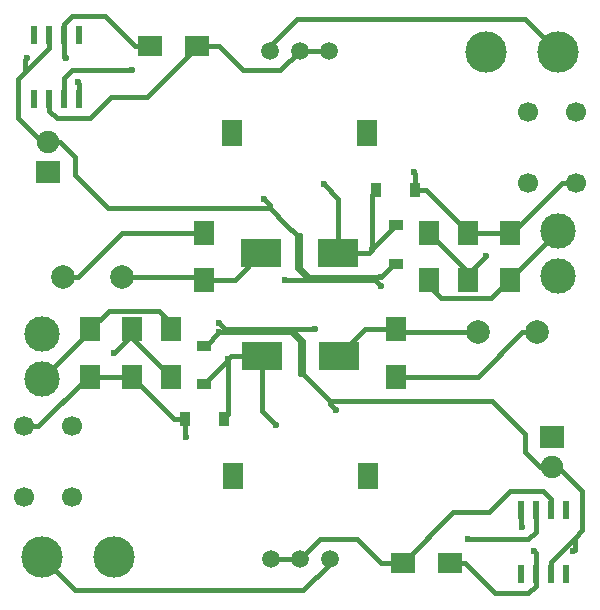
<source format=gtl>
G04 #@! TF.FileFunction,Copper,L1,Top,Signal*
%FSLAX46Y46*%
G04 Gerber Fmt 4.6, Leading zero omitted, Abs format (unit mm)*
G04 Created by KiCad (PCBNEW 0.201603210401+6634~43~ubuntu14.04.1-product) date mån 28 mar 2016 17:16:37*
%MOMM*%
G01*
G04 APERTURE LIST*
%ADD10C,0.050000*%
%ADD11R,0.910000X1.220000*%
%ADD12C,3.500120*%
%ADD13C,1.700000*%
%ADD14C,1.998980*%
%ADD15R,2.000000X1.900000*%
%ADD16C,1.900000*%
%ADD17R,0.600000X1.550000*%
%ADD18R,2.000000X1.700000*%
%ADD19C,1.500000*%
%ADD20R,1.800000X2.200000*%
%ADD21R,3.500120X2.400300*%
%ADD22R,1.700000X2.000000*%
%ADD23R,1.220000X0.910000*%
%ADD24C,2.999740*%
%ADD25C,0.600000*%
%ADD26C,0.400000*%
G04 APERTURE END LIST*
D10*
D11*
X115268500Y-134683500D03*
X118538500Y-134683500D03*
D12*
X103187500Y-146367500D03*
D13*
X105663500Y-135287500D03*
X105663500Y-141287500D03*
X101663500Y-135287500D03*
X101663500Y-141287500D03*
D12*
X109283500Y-146367500D03*
D14*
X145056860Y-127317500D03*
X140058140Y-127317500D03*
D15*
X146367500Y-136207500D03*
D16*
X146367500Y-138747500D03*
D17*
X147510500Y-142397500D03*
X146240500Y-142397500D03*
X144970500Y-142397500D03*
X143700500Y-142397500D03*
X143700500Y-147797500D03*
X144970500Y-147797500D03*
X146240500Y-147797500D03*
X147510500Y-147797500D03*
D18*
X137699500Y-146875500D03*
X133699500Y-146875500D03*
D19*
X122531500Y-146509500D03*
X125031500Y-146509500D03*
X127531500Y-146509500D03*
D20*
X130731500Y-139509500D03*
X119331500Y-139509500D03*
D21*
X121780300Y-129349500D03*
X128282700Y-129349500D03*
D22*
X133159500Y-127095500D03*
X133159500Y-131095500D03*
X107251500Y-127095500D03*
X107251500Y-131095500D03*
X114109500Y-127095500D03*
X114109500Y-131095500D03*
X110807500Y-127095500D03*
X110807500Y-131095500D03*
D23*
X116903500Y-128476500D03*
X116903500Y-131746500D03*
D24*
X103187500Y-131254500D03*
X103187500Y-127444500D03*
X146812000Y-118745000D03*
X146812000Y-122555000D03*
D22*
X139192000Y-122904000D03*
X139192000Y-118904000D03*
D21*
X128219200Y-120650000D03*
X121716800Y-120650000D03*
D11*
X134731000Y-115316000D03*
X131461000Y-115316000D03*
D15*
X103632000Y-113792000D03*
D16*
X103632000Y-111252000D03*
D23*
X133096000Y-121523000D03*
X133096000Y-118253000D03*
D22*
X142748000Y-122904000D03*
X142748000Y-118904000D03*
X135890000Y-122904000D03*
X135890000Y-118904000D03*
D18*
X112300000Y-103124000D03*
X116300000Y-103124000D03*
D22*
X116840000Y-122904000D03*
X116840000Y-118904000D03*
D13*
X144336000Y-114712000D03*
X144336000Y-108712000D03*
X148336000Y-114712000D03*
X148336000Y-108712000D03*
D17*
X102489000Y-107602000D03*
X103759000Y-107602000D03*
X105029000Y-107602000D03*
X106299000Y-107602000D03*
X106299000Y-102202000D03*
X105029000Y-102202000D03*
X103759000Y-102202000D03*
X102489000Y-102202000D03*
D12*
X140716000Y-103632000D03*
X146812000Y-103632000D03*
D19*
X127468000Y-103490000D03*
X124968000Y-103490000D03*
X122468000Y-103490000D03*
D20*
X119268000Y-110490000D03*
X130668000Y-110490000D03*
D14*
X104942640Y-122682000D03*
X109941360Y-122682000D03*
D25*
X143827500Y-143827500D03*
X106172000Y-106172000D03*
X144843500Y-145859500D03*
X105156000Y-104140000D03*
X109283500Y-129095500D03*
X140716000Y-120904000D03*
X115379500Y-136207500D03*
X134620000Y-113792000D03*
X118173500Y-126555500D03*
X118173500Y-127317500D03*
X148145500Y-145859500D03*
X126301500Y-127063500D03*
X128079500Y-133921500D03*
X121920000Y-116078000D03*
X101854000Y-104140000D03*
X123698000Y-122936000D03*
X131826000Y-123444000D03*
X131826000Y-122682000D03*
X122999500Y-135191500D03*
X118935500Y-129603500D03*
X127000000Y-114808000D03*
X131064000Y-120396000D03*
X139255500Y-144843500D03*
X110744000Y-105156000D03*
D26*
X143827500Y-143827500D02*
X143700500Y-143700500D01*
X143700500Y-143700500D02*
X143700500Y-142397500D01*
X105981500Y-149161500D02*
X103187500Y-146367500D01*
X125285500Y-149161500D02*
X105981500Y-149161500D01*
X140058140Y-127317500D02*
X133381500Y-127317500D01*
X130536700Y-127095500D02*
X128282700Y-129349500D01*
X133159500Y-127095500D02*
X130536700Y-127095500D01*
X128536700Y-129095500D02*
X128282700Y-129349500D01*
X133381500Y-127317500D02*
X133159500Y-127095500D01*
X127531500Y-146509500D02*
X127531500Y-146915500D01*
X127531500Y-146915500D02*
X125285500Y-149161500D01*
X122468000Y-103084000D02*
X124714000Y-100838000D01*
X124714000Y-100838000D02*
X144018000Y-100838000D01*
X144018000Y-100838000D02*
X146812000Y-103632000D01*
X122468000Y-103490000D02*
X122468000Y-103084000D01*
X116840000Y-122904000D02*
X119462800Y-122904000D01*
X119462800Y-122904000D02*
X121716800Y-120650000D01*
X109941360Y-122682000D02*
X116618000Y-122682000D01*
X116618000Y-122682000D02*
X116840000Y-122904000D01*
X106299000Y-106299000D02*
X106299000Y-107602000D01*
X106172000Y-106172000D02*
X106299000Y-106299000D01*
X121462800Y-120904000D02*
X121716800Y-120650000D01*
X144335500Y-149415500D02*
X144970500Y-148780500D01*
X141541500Y-149415500D02*
X139001500Y-146875500D01*
X144335500Y-149415500D02*
X141541500Y-149415500D01*
X144970500Y-148780500D02*
X144970500Y-147797500D01*
X144970500Y-148780500D02*
X144970500Y-147797500D01*
X144970500Y-147797500D02*
X144970500Y-145986500D01*
X144970500Y-145986500D02*
X144843500Y-145859500D01*
X144335500Y-149415500D02*
X144970500Y-148780500D01*
X140049500Y-131095500D02*
X133159500Y-131095500D01*
X145056860Y-127317500D02*
X143827500Y-127317500D01*
X143827500Y-127317500D02*
X140049500Y-131095500D01*
X139001500Y-146875500D02*
X137699500Y-146875500D01*
X105664000Y-100584000D02*
X108458000Y-100584000D01*
X110998000Y-103124000D02*
X112300000Y-103124000D01*
X108458000Y-100584000D02*
X110998000Y-103124000D01*
X104942640Y-122682000D02*
X106172000Y-122682000D01*
X109950000Y-118904000D02*
X116840000Y-118904000D01*
X106172000Y-122682000D02*
X109950000Y-118904000D01*
X105664000Y-100584000D02*
X105029000Y-101219000D01*
X105029000Y-101219000D02*
X105029000Y-102202000D01*
X105029000Y-101219000D02*
X105029000Y-102202000D01*
X105664000Y-100584000D02*
X105029000Y-101219000D01*
X105029000Y-102202000D02*
X105029000Y-104013000D01*
X105029000Y-104013000D02*
X105156000Y-104140000D01*
X114109500Y-127095500D02*
X114109500Y-126555500D01*
X113093500Y-125539500D02*
X108807500Y-125539500D01*
X108807500Y-125539500D02*
X107251500Y-127095500D01*
X107251500Y-127095500D02*
X107251500Y-127190500D01*
X114109500Y-126555500D02*
X113093500Y-125539500D01*
X107251500Y-127571500D02*
X107251500Y-127095500D01*
X107251500Y-127190500D02*
X103187500Y-131254500D01*
X142748000Y-122904000D02*
X142748000Y-122809000D01*
X142748000Y-122809000D02*
X146812000Y-118745000D01*
X135890000Y-122904000D02*
X135890000Y-123444000D01*
X135890000Y-123444000D02*
X136906000Y-124460000D01*
X136906000Y-124460000D02*
X141192000Y-124460000D01*
X141192000Y-124460000D02*
X142748000Y-122904000D01*
X142748000Y-122428000D02*
X142748000Y-122904000D01*
X110807500Y-127793500D02*
X114109500Y-131095500D01*
X110807500Y-127095500D02*
X110807500Y-127571500D01*
X110807500Y-127095500D02*
X110807500Y-127793500D01*
X110807500Y-127571500D02*
X109283500Y-129095500D01*
X139192000Y-122904000D02*
X139192000Y-122206000D01*
X139192000Y-122206000D02*
X135890000Y-118904000D01*
X139192000Y-122904000D02*
X139192000Y-122428000D01*
X139192000Y-122428000D02*
X140716000Y-120904000D01*
X114363500Y-134683500D02*
X115268500Y-134683500D01*
X110807500Y-131095500D02*
X110807500Y-131127500D01*
X107251500Y-131095500D02*
X110807500Y-131095500D01*
X107029500Y-131095500D02*
X107251500Y-131095500D01*
X102837500Y-135287500D02*
X107029500Y-131095500D01*
X101663500Y-135287500D02*
X102837500Y-135287500D01*
X106775500Y-131095500D02*
X107251500Y-131095500D01*
X115379500Y-136207500D02*
X115268500Y-136096500D01*
X115268500Y-136096500D02*
X115268500Y-134683500D01*
X110807500Y-131127500D02*
X114363500Y-134683500D01*
X134620000Y-113792000D02*
X134731000Y-113903000D01*
X134731000Y-113903000D02*
X134731000Y-115316000D01*
X148336000Y-114712000D02*
X147162000Y-114712000D01*
X147162000Y-114712000D02*
X142970000Y-118904000D01*
X142970000Y-118904000D02*
X142748000Y-118904000D01*
X139192000Y-118904000D02*
X139192000Y-118872000D01*
X139192000Y-118872000D02*
X135636000Y-115316000D01*
X135636000Y-115316000D02*
X134731000Y-115316000D01*
X142748000Y-118904000D02*
X139192000Y-118904000D01*
X143224000Y-118904000D02*
X142748000Y-118904000D01*
X145351500Y-138747500D02*
X146367500Y-138747500D01*
X146367500Y-138747500D02*
X146875500Y-138747500D01*
X146875500Y-138747500D02*
X148907500Y-140779500D01*
X148907500Y-140779500D02*
X148907500Y-144081500D01*
X146240500Y-146748500D02*
X146240500Y-147797500D01*
X148145500Y-145859500D02*
X148272500Y-145732500D01*
X148272500Y-145732500D02*
X148272500Y-144716500D01*
X148272500Y-144716500D02*
X146240500Y-146748500D01*
X148907500Y-144081500D02*
X148272500Y-144716500D01*
X118173500Y-126555500D02*
X118681500Y-127063500D01*
X118173500Y-127317500D02*
X117014500Y-128476500D01*
X117014500Y-128476500D02*
X116903500Y-128476500D01*
X118173500Y-127317500D02*
X118935500Y-127317500D01*
X118935500Y-127317500D02*
X124269500Y-127317500D01*
X118681500Y-127063500D02*
X124269500Y-127063500D01*
X125285500Y-128079500D02*
X125285500Y-130873500D01*
X125031500Y-128079500D02*
X125031500Y-130873500D01*
X144081500Y-135953500D02*
X144081500Y-137477500D01*
X141287500Y-133159500D02*
X144081500Y-135953500D01*
X144081500Y-137477500D02*
X145351500Y-138747500D01*
X133159500Y-133159500D02*
X141287500Y-133159500D01*
X127571500Y-133413500D02*
X127571500Y-133159500D01*
X128079500Y-133921500D02*
X127571500Y-133413500D01*
X124269500Y-127063500D02*
X125285500Y-128079500D01*
X124269500Y-127317500D02*
X125031500Y-128079500D01*
X126174500Y-131762500D02*
X127571500Y-133159500D01*
X125285500Y-130873500D02*
X126174500Y-131762500D01*
X126301500Y-127063500D02*
X124269500Y-127063500D01*
X133159500Y-133159500D02*
X127571500Y-133159500D01*
X122428000Y-116586000D02*
X122428000Y-116840000D01*
X121920000Y-116078000D02*
X122428000Y-116586000D01*
X116840000Y-116840000D02*
X122428000Y-116840000D01*
X101727000Y-104267000D02*
X101727000Y-105283000D01*
X101854000Y-104140000D02*
X101727000Y-104267000D01*
X103632000Y-111252000D02*
X103124000Y-111252000D01*
X103124000Y-111252000D02*
X101092000Y-109220000D01*
X103759000Y-103251000D02*
X103759000Y-102202000D01*
X101092000Y-105918000D02*
X101727000Y-105283000D01*
X101727000Y-105283000D02*
X103759000Y-103251000D01*
X101092000Y-109220000D02*
X101092000Y-105918000D01*
X104648000Y-111252000D02*
X103632000Y-111252000D01*
X105918000Y-112522000D02*
X104648000Y-111252000D01*
X105918000Y-114046000D02*
X105918000Y-112522000D01*
X108712000Y-116840000D02*
X105918000Y-114046000D01*
X116840000Y-116840000D02*
X108712000Y-116840000D01*
X123698000Y-122936000D02*
X125730000Y-122936000D01*
X124714000Y-119126000D02*
X123825000Y-118237000D01*
X125730000Y-122936000D02*
X124714000Y-121920000D01*
X124714000Y-121920000D02*
X124714000Y-119126000D01*
X123825000Y-118237000D02*
X122428000Y-116840000D01*
X131318000Y-122936000D02*
X125730000Y-122936000D01*
X131826000Y-123444000D02*
X131318000Y-122936000D01*
X131826000Y-122682000D02*
X131064000Y-122682000D01*
X131064000Y-122682000D02*
X125730000Y-122682000D01*
X124968000Y-121920000D02*
X124968000Y-119126000D01*
X125730000Y-122682000D02*
X124968000Y-121920000D01*
X131826000Y-122682000D02*
X132985000Y-121523000D01*
X132985000Y-121523000D02*
X133096000Y-121523000D01*
X118935500Y-129603500D02*
X118935500Y-134286500D01*
X118935500Y-129603500D02*
X119189500Y-129349500D01*
X121780300Y-133972300D02*
X122999500Y-135191500D01*
X121780300Y-129349500D02*
X121780300Y-133972300D01*
X119189500Y-129349500D02*
X121780300Y-129349500D01*
X118935500Y-129714500D02*
X116903500Y-131746500D01*
X118935500Y-134286500D02*
X118538500Y-134683500D01*
X118935500Y-129603500D02*
X118935500Y-129714500D01*
X128219200Y-120650000D02*
X128219200Y-116027200D01*
X128219200Y-116027200D02*
X127000000Y-114808000D01*
X131064000Y-120396000D02*
X131064000Y-120285000D01*
X131064000Y-120285000D02*
X133096000Y-118253000D01*
X131064000Y-120396000D02*
X131064000Y-115713000D01*
X131064000Y-115713000D02*
X131461000Y-115316000D01*
X130810000Y-120650000D02*
X128219200Y-120650000D01*
X131064000Y-120396000D02*
X130810000Y-120650000D01*
X139255500Y-144843500D02*
X144335500Y-144843500D01*
X144335500Y-144843500D02*
X144970500Y-144208500D01*
X144970500Y-144208500D02*
X144970500Y-142397500D01*
X105029000Y-105791000D02*
X105029000Y-107602000D01*
X105664000Y-105156000D02*
X105029000Y-105791000D01*
X110744000Y-105156000D02*
X105664000Y-105156000D01*
X141033500Y-142557500D02*
X142811500Y-140779500D01*
X142811500Y-140779500D02*
X145605500Y-140779500D01*
X145605500Y-140779500D02*
X146240500Y-141414500D01*
X146240500Y-141414500D02*
X146240500Y-142397500D01*
X125031500Y-146509500D02*
X122531500Y-146509500D01*
X126697500Y-144843500D02*
X125031500Y-146509500D01*
X131889500Y-146875500D02*
X129857500Y-144843500D01*
X129857500Y-144843500D02*
X126697500Y-144843500D01*
X137985500Y-142557500D02*
X141033500Y-142557500D01*
X133699500Y-146843500D02*
X137985500Y-142557500D01*
X133699500Y-146875500D02*
X133699500Y-146843500D01*
X133699500Y-146875500D02*
X131889500Y-146875500D01*
X116300000Y-103124000D02*
X116300000Y-103156000D01*
X116300000Y-103156000D02*
X112014000Y-107442000D01*
X103759000Y-108585000D02*
X103759000Y-107602000D01*
X104394000Y-109220000D02*
X103759000Y-108585000D01*
X107188000Y-109220000D02*
X104394000Y-109220000D01*
X108966000Y-107442000D02*
X107188000Y-109220000D01*
X112014000Y-107442000D02*
X108966000Y-107442000D01*
X124968000Y-103490000D02*
X127468000Y-103490000D01*
X116300000Y-103124000D02*
X118110000Y-103124000D01*
X123302000Y-105156000D02*
X124968000Y-103490000D01*
X120142000Y-105156000D02*
X123302000Y-105156000D01*
X118110000Y-103124000D02*
X120142000Y-105156000D01*
M02*

</source>
